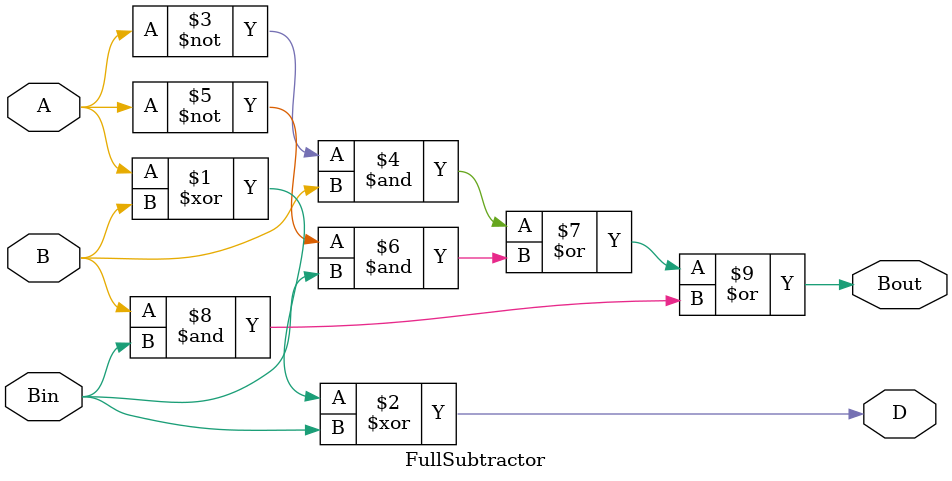
<source format=v>
module FullSubtractor (A, B, Bin, D, Bout);
	
	input A, B, Bin;
	output D, Bout;
	
	assign D = A ^ B ^ Bin;
	assign Bout = (~A&B) | (~A&Bin) | (B&Bin);

endmodule	
</source>
